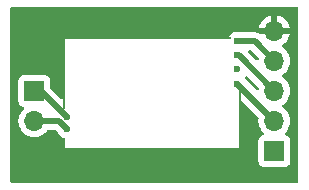
<source format=gtl>
G04 #@! TF.GenerationSoftware,KiCad,Pcbnew,8.0.1-8.0.1-1~ubuntu22.04.1*
G04 #@! TF.CreationDate,2024-04-21T13:26:12+00:00*
G04 #@! TF.ProjectId,vr-discrete,76722d64-6973-4637-9265-74652e6b6963,rev?*
G04 #@! TF.SameCoordinates,Original*
G04 #@! TF.FileFunction,Copper,L1,Top*
G04 #@! TF.FilePolarity,Positive*
%FSLAX46Y46*%
G04 Gerber Fmt 4.6, Leading zero omitted, Abs format (unit mm)*
G04 Created by KiCad (PCBNEW 8.0.1-8.0.1-1~ubuntu22.04.1) date 2024-04-21 13:26:12*
%MOMM*%
%LPD*%
G01*
G04 APERTURE LIST*
G04 #@! TA.AperFunction,ComponentPad*
%ADD10R,1.700000X1.700000*%
G04 #@! TD*
G04 #@! TA.AperFunction,ComponentPad*
%ADD11O,1.700000X1.700000*%
G04 #@! TD*
G04 #@! TA.AperFunction,ComponentPad*
%ADD12C,0.600000*%
G04 #@! TD*
G04 #@! TA.AperFunction,SMDPad,CuDef*
%ADD13R,0.250000X6.185000*%
G04 #@! TD*
G04 #@! TA.AperFunction,SMDPad,CuDef*
%ADD14R,0.250000X1.115000*%
G04 #@! TD*
G04 #@! TA.AperFunction,SMDPad,CuDef*
%ADD15R,14.275000X0.250000*%
G04 #@! TD*
G04 #@! TA.AperFunction,SMDPad,CuDef*
%ADD16R,15.100000X0.250000*%
G04 #@! TD*
G04 #@! TA.AperFunction,SMDPad,CuDef*
%ADD17R,0.250000X5.175000*%
G04 #@! TD*
G04 #@! TA.AperFunction,Conductor*
%ADD18C,0.500000*%
G04 #@! TD*
G04 APERTURE END LIST*
D10*
G04 #@! TO.P,J1,1,Pin_1*
G04 #@! TO.N,Net-(J1-Pin_1)*
X2540000Y8255000D03*
D11*
G04 #@! TO.P,J1,2,Pin_2*
G04 #@! TO.N,Net-(J1-Pin_2)*
X2540000Y5715000D03*
G04 #@! TD*
D12*
G04 #@! TO.P,M750,E1,Thresh_IN*
G04 #@! TO.N,Net-(J2-Pin_4)*
X19730000Y10075000D03*
G04 #@! TO.P,M750,E2,OUT_A*
G04 #@! TO.N,Net-(J2-Pin_3)*
X19730000Y8875000D03*
G04 #@! TO.P,M750,E3,OUT*
G04 #@! TO.N,Net-(J2-Pin_2)*
X19730000Y11275000D03*
G04 #@! TO.P,M750,E4,V5_IN*
G04 #@! TO.N,Net-(J2-Pin_1)*
X19730000Y12475000D03*
D13*
G04 #@! TO.P,M750,G,GND*
G04 #@! TO.N,Net-(J2-Pin_5)*
X5080000Y9807500D03*
D14*
X5080000Y3757500D03*
D15*
X12092500Y12775000D03*
D16*
X12505000Y3325000D03*
D17*
X19930000Y5787500D03*
D12*
G04 #@! TO.P,M750,W1,VR-*
G04 #@! TO.N,Net-(J1-Pin_1)*
X5305000Y6015000D03*
G04 #@! TO.P,M750,W2,VR+*
G04 #@! TO.N,Net-(J1-Pin_2)*
X5305000Y5015000D03*
G04 #@! TD*
D10*
G04 #@! TO.P,J2,1,Pin_1*
G04 #@! TO.N,Net-(J2-Pin_1)*
X22860000Y3175000D03*
D11*
G04 #@! TO.P,J2,2,Pin_2*
G04 #@! TO.N,Net-(J2-Pin_2)*
X22860000Y5715000D03*
G04 #@! TO.P,J2,3,Pin_3*
G04 #@! TO.N,Net-(J2-Pin_3)*
X22860000Y8255000D03*
G04 #@! TO.P,J2,4,Pin_4*
G04 #@! TO.N,Net-(J2-Pin_4)*
X22860000Y10795000D03*
G04 #@! TO.P,J2,5,Pin_5*
G04 #@! TO.N,Net-(J2-Pin_5)*
X22860000Y13335000D03*
G04 #@! TD*
D18*
G04 #@! TO.N,*
X19730000Y8845000D02*
X22860000Y5715000D01*
X19730000Y8875000D02*
X19730000Y8845000D01*
G04 #@! TO.N,Net-(J1-Pin_2)*
X5305000Y5015000D02*
X4605000Y5715000D01*
X4605000Y5715000D02*
X2540000Y5715000D01*
G04 #@! TO.N,Net-(J1-Pin_1)*
X5305000Y6015000D02*
X3065000Y8255000D01*
X3065000Y8255000D02*
X2540000Y8255000D01*
G04 #@! TO.N,Net-(J2-Pin_3)*
X19730000Y11275000D02*
X19840000Y11275000D01*
X19840000Y11275000D02*
X22860000Y8255000D01*
G04 #@! TO.N,Net-(J2-Pin_4)*
X21180000Y12475000D02*
X22860000Y10795000D01*
X19730000Y12475000D02*
X21180000Y12475000D01*
G04 #@! TD*
G04 #@! TA.AperFunction,Conductor*
G04 #@! TO.N,Net-(J2-Pin_5)*
G36*
X24842539Y15354815D02*
G01*
X24888294Y15302011D01*
X24899500Y15250500D01*
X24899500Y624500D01*
X24879815Y557461D01*
X24827011Y511706D01*
X24775500Y500500D01*
X624500Y500500D01*
X557461Y520185D01*
X511706Y572989D01*
X500500Y624500D01*
X500500Y5715000D01*
X1184341Y5715000D01*
X1204936Y5479597D01*
X1204938Y5479587D01*
X1266094Y5251345D01*
X1266096Y5251341D01*
X1266097Y5251337D01*
X1365965Y5037170D01*
X1365967Y5037166D01*
X1442280Y4928181D01*
X1501505Y4843599D01*
X1668599Y4676505D01*
X1741946Y4625147D01*
X1862165Y4540968D01*
X1862167Y4540967D01*
X1862170Y4540965D01*
X2076337Y4441097D01*
X2304592Y4379937D01*
X2492918Y4363461D01*
X2539999Y4359341D01*
X2540000Y4359341D01*
X2540001Y4359341D01*
X2579234Y4362774D01*
X2775408Y4379937D01*
X3003663Y4441097D01*
X3217830Y4540965D01*
X3411401Y4676505D01*
X3578495Y4843599D01*
X3626127Y4911624D01*
X3680704Y4955249D01*
X3727701Y4964500D01*
X4242770Y4964500D01*
X4309809Y4944815D01*
X4330451Y4928181D01*
X4551692Y4706941D01*
X4574358Y4670875D01*
X4576188Y4671756D01*
X4579209Y4665482D01*
X4579211Y4665478D01*
X4675184Y4512738D01*
X4802738Y4385184D01*
X4811089Y4379937D01*
X4955478Y4289211D01*
X4959795Y4287132D01*
X5011658Y4240313D01*
X5030000Y4175409D01*
X5030000Y3375000D01*
X19930000Y3375000D01*
X19930000Y7284271D01*
X19949685Y7351310D01*
X20002489Y7397065D01*
X20071647Y7407009D01*
X20135203Y7377984D01*
X20141681Y7371952D01*
X21487130Y6026503D01*
X21520615Y5965180D01*
X21522977Y5928015D01*
X21504341Y5715003D01*
X21504341Y5715000D01*
X21524936Y5479597D01*
X21524938Y5479587D01*
X21586094Y5251345D01*
X21586096Y5251341D01*
X21586097Y5251337D01*
X21685965Y5037170D01*
X21685967Y5037166D01*
X21762280Y4928181D01*
X21821501Y4843604D01*
X21821506Y4843598D01*
X21943430Y4721674D01*
X21976915Y4660351D01*
X21971931Y4590659D01*
X21930059Y4534726D01*
X21899083Y4517811D01*
X21767669Y4468797D01*
X21767664Y4468794D01*
X21652455Y4382548D01*
X21652452Y4382545D01*
X21566206Y4267336D01*
X21566202Y4267329D01*
X21515908Y4132483D01*
X21509501Y4072884D01*
X21509501Y4072877D01*
X21509500Y4072865D01*
X21509500Y2277130D01*
X21509501Y2277124D01*
X21515908Y2217517D01*
X21566202Y2082672D01*
X21566206Y2082665D01*
X21652452Y1967456D01*
X21652455Y1967453D01*
X21767664Y1881207D01*
X21767671Y1881203D01*
X21902517Y1830909D01*
X21902516Y1830909D01*
X21909444Y1830165D01*
X21962127Y1824500D01*
X23757872Y1824501D01*
X23817483Y1830909D01*
X23952331Y1881204D01*
X24067546Y1967454D01*
X24153796Y2082669D01*
X24204091Y2217517D01*
X24210500Y2277127D01*
X24210499Y4072872D01*
X24204091Y4132483D01*
X24153796Y4267331D01*
X24153795Y4267332D01*
X24153793Y4267336D01*
X24067547Y4382545D01*
X24067544Y4382548D01*
X23952335Y4468794D01*
X23952328Y4468798D01*
X23820917Y4517811D01*
X23764983Y4559682D01*
X23740566Y4625147D01*
X23755418Y4693420D01*
X23776563Y4721668D01*
X23898495Y4843599D01*
X24034035Y5037170D01*
X24133903Y5251337D01*
X24195063Y5479592D01*
X24215659Y5715000D01*
X24195063Y5950408D01*
X24133903Y6178663D01*
X24034035Y6392829D01*
X23983151Y6465500D01*
X23898494Y6586403D01*
X23731402Y6753494D01*
X23731396Y6753499D01*
X23545842Y6883425D01*
X23502217Y6938002D01*
X23495023Y7007500D01*
X23526546Y7069855D01*
X23545842Y7086575D01*
X23568026Y7102109D01*
X23731401Y7216505D01*
X23898495Y7383599D01*
X24034035Y7577170D01*
X24133903Y7791337D01*
X24195063Y8019592D01*
X24215659Y8255000D01*
X24195063Y8490408D01*
X24133903Y8718663D01*
X24034035Y8932829D01*
X23898495Y9126401D01*
X23898494Y9126403D01*
X23731402Y9293494D01*
X23731396Y9293499D01*
X23545842Y9423425D01*
X23502217Y9478002D01*
X23495023Y9547500D01*
X23526546Y9609855D01*
X23545842Y9626575D01*
X23575147Y9647095D01*
X23731401Y9756505D01*
X23898495Y9923599D01*
X24034035Y10117170D01*
X24133903Y10331337D01*
X24195063Y10559592D01*
X24215659Y10795000D01*
X24195063Y11030408D01*
X24133903Y11258663D01*
X24034035Y11472829D01*
X23963096Y11574142D01*
X23898494Y11666403D01*
X23731402Y11833494D01*
X23731401Y11833495D01*
X23545405Y11963731D01*
X23501781Y12018308D01*
X23494588Y12087807D01*
X23526110Y12150161D01*
X23545405Y12166881D01*
X23731082Y12296895D01*
X23898105Y12463918D01*
X24033600Y12657422D01*
X24133429Y12871508D01*
X24133432Y12871514D01*
X24190636Y13085000D01*
X23293012Y13085000D01*
X23325925Y13142007D01*
X23360000Y13269174D01*
X23360000Y13400826D01*
X23325925Y13527993D01*
X23293012Y13585000D01*
X24190636Y13585000D01*
X24190635Y13585001D01*
X24133432Y13798487D01*
X24133429Y13798493D01*
X24033600Y14012578D01*
X24033599Y14012580D01*
X23898113Y14206074D01*
X23898108Y14206080D01*
X23731082Y14373106D01*
X23537578Y14508601D01*
X23323492Y14608430D01*
X23323486Y14608433D01*
X23110000Y14665636D01*
X23110000Y13768012D01*
X23052993Y13800925D01*
X22925826Y13835000D01*
X22794174Y13835000D01*
X22667007Y13800925D01*
X22610000Y13768012D01*
X22610000Y14665636D01*
X22609999Y14665636D01*
X22396513Y14608433D01*
X22396507Y14608430D01*
X22182422Y14508601D01*
X22182420Y14508600D01*
X21988926Y14373114D01*
X21988920Y14373109D01*
X21821891Y14206080D01*
X21821886Y14206074D01*
X21686400Y14012580D01*
X21686399Y14012578D01*
X21586570Y13798493D01*
X21586567Y13798487D01*
X21529364Y13585001D01*
X21529364Y13585000D01*
X22426988Y13585000D01*
X22394075Y13527993D01*
X22360000Y13400826D01*
X22360000Y13269174D01*
X22394075Y13142007D01*
X22426988Y13085000D01*
X21655550Y13085000D01*
X21588511Y13104685D01*
X21586669Y13105892D01*
X21584738Y13107182D01*
X21584729Y13107187D01*
X21535491Y13140087D01*
X21398917Y13196657D01*
X21398907Y13196660D01*
X21253920Y13225500D01*
X21253918Y13225500D01*
X20029972Y13225500D01*
X19989017Y13232458D01*
X19909254Y13260369D01*
X19909249Y13260370D01*
X19730004Y13280565D01*
X19729996Y13280565D01*
X19550750Y13260370D01*
X19550745Y13260369D01*
X19380476Y13200789D01*
X19227737Y13104816D01*
X19100184Y12977263D01*
X19009556Y12833028D01*
X18957221Y12786737D01*
X18904562Y12775000D01*
X5030000Y12775000D01*
X5030000Y7650730D01*
X5010315Y7583691D01*
X4957511Y7537936D01*
X4888353Y7527992D01*
X4824797Y7557017D01*
X4818319Y7563049D01*
X3926818Y8454550D01*
X3893333Y8515873D01*
X3890499Y8542231D01*
X3890499Y9152871D01*
X3890498Y9152877D01*
X3890497Y9152884D01*
X3884091Y9212483D01*
X3879600Y9224523D01*
X3833797Y9347329D01*
X3833793Y9347336D01*
X3747547Y9462545D01*
X3747544Y9462548D01*
X3632335Y9548794D01*
X3632328Y9548798D01*
X3497482Y9599092D01*
X3497483Y9599092D01*
X3437883Y9605499D01*
X3437881Y9605500D01*
X3437873Y9605500D01*
X3437864Y9605500D01*
X1642129Y9605500D01*
X1642123Y9605499D01*
X1582516Y9599092D01*
X1447671Y9548798D01*
X1447664Y9548794D01*
X1332455Y9462548D01*
X1332452Y9462545D01*
X1246206Y9347336D01*
X1246202Y9347329D01*
X1195908Y9212483D01*
X1192808Y9183642D01*
X1189501Y9152877D01*
X1189500Y9152865D01*
X1189500Y7357130D01*
X1189501Y7357124D01*
X1195908Y7297517D01*
X1246202Y7162672D01*
X1246206Y7162665D01*
X1332452Y7047456D01*
X1332455Y7047453D01*
X1447664Y6961207D01*
X1447671Y6961203D01*
X1579081Y6912190D01*
X1635015Y6870319D01*
X1659432Y6804855D01*
X1644580Y6736582D01*
X1623430Y6708327D01*
X1501503Y6586400D01*
X1365965Y6392831D01*
X1365964Y6392829D01*
X1266098Y6178665D01*
X1266094Y6178656D01*
X1204938Y5950414D01*
X1204936Y5950404D01*
X1184341Y5715001D01*
X1184341Y5715000D01*
X500500Y5715000D01*
X500500Y15250500D01*
X520185Y15317539D01*
X572989Y15363294D01*
X624500Y15374500D01*
X24775500Y15374500D01*
X24842539Y15354815D01*
G37*
G04 #@! TD.AperFunction*
G04 #@! TD*
G04 #@! TA.AperFunction,NonConductor*
G36*
X20884809Y11704815D02*
G01*
X20905451Y11688181D01*
X21487130Y11106502D01*
X21520615Y11045179D01*
X21522977Y11008014D01*
X21517624Y10946827D01*
X21492172Y10881758D01*
X21435581Y10840779D01*
X21365819Y10836901D01*
X21306415Y10869953D01*
X20663549Y11512819D01*
X20630064Y11574142D01*
X20635048Y11643834D01*
X20676920Y11699767D01*
X20742384Y11724184D01*
X20751230Y11724500D01*
X20817770Y11724500D01*
X20884809Y11704815D01*
G37*
G04 #@! TD.AperFunction*
G04 #@! TA.AperFunction,NonConductor*
G36*
X20597301Y9456003D02*
G01*
X20602828Y9450804D01*
X21487130Y8566502D01*
X21520615Y8505179D01*
X21522977Y8468014D01*
X21517624Y8406827D01*
X21492172Y8341758D01*
X21435581Y8300779D01*
X21365819Y8296901D01*
X21306415Y8329953D01*
X20499454Y9136914D01*
X20470093Y9183642D01*
X20455789Y9224523D01*
X20410153Y9297151D01*
X20391153Y9364387D01*
X20411520Y9431223D01*
X20464788Y9476437D01*
X20534044Y9485675D01*
X20597301Y9456003D01*
G37*
G04 #@! TD.AperFunction*
M02*

</source>
